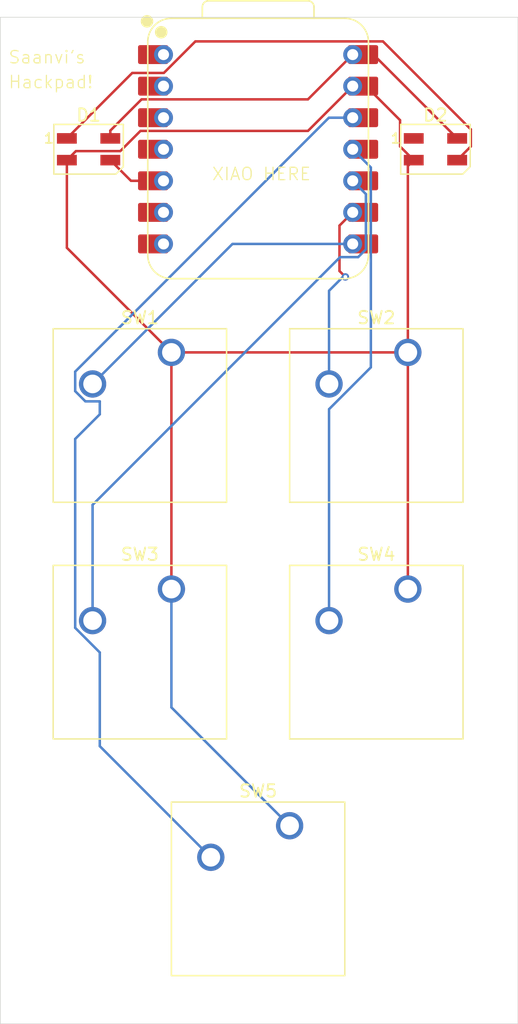
<source format=kicad_pcb>
(kicad_pcb (version 20241229) (generator "pcbnew") (generator_version "9.0")
  (layers (0 "F.Cu" signal) (2 "B.Cu" signal) (13 "F.Paste" user) (15 "B.Paste" user) (5 "F.SilkS" user "F.Silkscreen") (7 "B.SilkS" user "B.Silkscreen") (1 "F.Mask" user) (3 "B.Mask" user) (25 "Edge.Cuts" user))
  (net 0 "")
  (net 1 "GND")
  (net 2 "+5V")
  (net 3 "Net-(D1-DIN)")
  (net 4 "Net-(D1-DOUT)")
  (net 6 "Net-(U1-GPIO1{slash}RX)")
  (net 7 "Net-(U1-GPIO2{slash}SCK)")
  (net 8 "Net-(U1-GPIO4{slash}MISO)")
  (net 9 "Net-(U1-GPIO3{slash}MOSI)")
  (net 16 "Net-(U1-3V3)")
  (footprint "OPL Lib:XIAO-RP2040-DIP" (layer "F.Cu") (at 169.06875 47.625)
    (property "Reference" "U1" (hide yes))
    (property "Value" "XIAO-RP2040-DIP")
    (fp_line (start -8.89 8.509) (end -8.89 -8.636) (stroke (width 0.127)) (layer "F.SilkS"))
    (fp_line (start -6.985 10.414) (end 6.985 10.414) (stroke (width 0.127)) (layer "F.SilkS"))
    (fp_line (start -4.495 -10.541) (end -4.491272 -11.451272) (stroke (width 0.127)) (layer "F.SilkS"))
    (fp_line (start -3.991272 -11.951) (end 4.004 -11.951) (stroke (width 0.127)) (layer "F.SilkS"))
    (fp_line (start 4.504 -11.451) (end 4.504 -10.541) (stroke (width 0.127)) (layer "F.SilkS"))
    (fp_line (start 6.985 -10.541) (end -6.985 -10.541) (stroke (width 0.1)) (layer "F.SilkS"))
    (fp_line (start 6.985 -10.541) (end -6.985 -10.541) (stroke (width 0.127)) (layer "F.SilkS"))
    (fp_line (start 8.89 8.509) (end 8.89 -8.636) (stroke (width 0.127)) (layer "F.SilkS"))
    (fp_arc (start -8.89 -8.636) (mid -8.332038 -9.983038) (end -6.985 -10.541) (stroke (width 0.127)) (layer "F.SilkS"))
    (fp_arc (start -6.985 10.414) (mid -8.332038 9.856038) (end -8.89 8.509) (stroke (width 0.127)) (layer "F.SilkS"))
    (fp_arc (start -4.491272 -11.451272) (mid -4.344728 -11.80464) (end -3.991272 -11.951) (stroke (width 0.127)) (layer "F.SilkS"))
    (fp_arc (start 4.004 -11.951) (mid 4.357553 -11.804553) (end 4.504 -11.451) (stroke (width 0.127)) (layer "F.SilkS"))
    (fp_arc (start 6.985 -10.541) (mid 8.332038 -9.983038) (end 8.89 -8.636) (stroke (width 0.127)) (layer "F.SilkS"))
    (fp_arc (start 8.89 8.509) (mid 8.332038 9.856038) (end 6.985 10.414) (stroke (width 0.127)) (layer "F.SilkS"))
    (fp_circle (center -8.95 -10.3) (end -8.95 -10.554) (stroke (width 0.5)) (fill yes) (layer "F.SilkS"))
    (fp_circle (center -7.807 -9.42) (end -7.807 -9.674) (stroke (width 0.5)) (fill yes) (layer "F.SilkS"))
    (pad "1" smd roundrect (at -8.455 -7.62 180) (size 2.432 1.524) (layers "F.Cu" "F.Mask") (roundrect_rratio 0.1))
    (pad "1" thru_hole circle (at -7.62 -7.62 180) (size 1.524 1.524) (drill 0.889) (layers "*.Cu" "*.Mask"))
    (pad "2" smd roundrect (at -8.455 -5.08 180) (size 2.432 1.524) (layers "F.Cu" "F.Mask") (roundrect_rratio 0.1))
    (pad "2" thru_hole circle (at -7.62 -5.08 180) (size 1.524 1.524) (drill 0.889) (layers "*.Cu" "*.Mask"))
    (pad "3" smd roundrect (at -8.455 -2.54 180) (size 2.432 1.524) (layers "F.Cu" "F.Mask") (roundrect_rratio 0.1))
    (pad "3" thru_hole circle (at -7.62 -2.54 180) (size 1.524 1.524) (drill 0.889) (layers "*.Cu" "*.Mask"))
    (pad "4" smd roundrect (at -8.455 0 180) (size 2.432 1.524) (layers "F.Cu" "F.Mask") (roundrect_rratio 0.1))
    (pad "4" thru_hole circle (at -7.62 0 180) (size 1.524 1.524) (drill 0.889) (layers "*.Cu" "*.Mask"))
    (pad "5" smd roundrect (at -8.455 2.54 180) (size 2.432 1.524) (layers "F.Cu" "F.Mask") (roundrect_rratio 0.1) (net 3 "Net-(D1-DIN)"))
    (pad "5" thru_hole circle (at -7.62 2.54 180) (size 1.524 1.524) (drill 0.889) (layers "*.Cu" "*.Mask") (net 3 "Net-(D1-DIN)"))
    (pad "6" smd roundrect (at -8.455 5.08 180) (size 2.432 1.524) (layers "F.Cu" "F.Mask") (roundrect_rratio 0.1))
    (pad "6" thru_hole circle (at -7.62 5.08 180) (size 1.524 1.524) (drill 0.889) (layers "*.Cu" "*.Mask"))
    (pad "7" smd roundrect (at -8.455 7.62 180) (size 2.432 1.524) (layers "F.Cu" "F.Mask") (roundrect_rratio 0.1))
    (pad "7" thru_hole circle (at -7.62 7.62 180) (size 1.524 1.524) (drill 0.889) (layers "*.Cu" "*.Mask"))
    (pad "8" thru_hole circle (at 7.62 7.62) (size 1.524 1.524) (drill 0.889) (layers "*.Cu" "*.Mask") (net 6 "Net-(U1-GPIO1{slash}RX)"))
    (pad "8" smd roundrect (at 8.455 7.62) (size 2.432 1.524) (layers "F.Cu" "F.Mask") (roundrect_rratio 0.1) (net 6 "Net-(U1-GPIO1{slash}RX)"))
    (pad "9" thru_hole circle (at 7.62 5.08) (size 1.524 1.524) (drill 0.889) (layers "*.Cu" "*.Mask") (net 7 "Net-(U1-GPIO2{slash}SCK)"))
    (pad "9" smd roundrect (at 8.455 5.08) (size 2.432 1.524) (layers "F.Cu" "F.Mask") (roundrect_rratio 0.1) (net 7 "Net-(U1-GPIO2{slash}SCK)"))
    (pad "10" thru_hole circle (at 7.62 2.54) (size 1.524 1.524) (drill 0.889) (layers "*.Cu" "*.Mask") (net 8 "Net-(U1-GPIO4{slash}MISO)"))
    (pad "10" smd roundrect (at 8.455 2.54) (size 2.432 1.524) (layers "F.Cu" "F.Mask") (roundrect_rratio 0.1) (net 8 "Net-(U1-GPIO4{slash}MISO)"))
    (pad "11" thru_hole circle (at 7.62 0) (size 1.524 1.524) (drill 0.889) (layers "*.Cu" "*.Mask") (net 9 "Net-(U1-GPIO3{slash}MOSI)"))
    (pad "11" smd roundrect (at 8.455 0) (size 2.432 1.524) (layers "F.Cu" "F.Mask") (roundrect_rratio 0.1) (net 9 "Net-(U1-GPIO3{slash}MOSI)"))
    (pad "12" thru_hole circle (at 7.62 -2.54) (size 1.524 1.524) (drill 0.889) (layers "*.Cu" "*.Mask") (net 16 "Net-(U1-3V3)"))
    (pad "12" smd roundrect (at 8.455 -2.54) (size 2.432 1.524) (layers "F.Cu" "F.Mask") (roundrect_rratio 0.1) (net 16 "Net-(U1-3V3)"))
    (pad "13" thru_hole circle (at 7.62 -5.08) (size 1.524 1.524) (drill 0.889) (layers "*.Cu" "*.Mask") (net 1 "GND"))
    (pad "13" smd roundrect (at 8.455 -5.08) (size 2.432 1.524) (layers "F.Cu" "F.Mask") (roundrect_rratio 0.1) (net 1 "GND"))
    (pad "14" thru_hole circle (at 7.62 -7.62) (size 1.524 1.524) (drill 0.889) (layers "*.Cu" "*.Mask") (net 2 "+5V"))
    (pad "14" smd roundrect (at 8.455 -7.62) (size 2.432 1.524) (layers "F.Cu" "F.Mask") (roundrect_rratio 0.1) (net 2 "+5V"))
  )
  (footprint "Button_Switch_Keyboard:SW_Cherry_MX_1.00u_PCB" (layer "F.Cu") (at 181.13375 63.97625)
    (property "Reference" "SW2" (at -2.54 -2.794 0) (layer "F.SilkS"))
    (property "Value" "SW_Push")
    (fp_line (start -9.525 -1.905) (end 4.445 -1.905) (stroke (width 0.12)) (layer "F.SilkS"))
    (fp_line (start -9.525 12.065) (end -9.525 -1.905) (stroke (width 0.12)) (layer "F.SilkS"))
    (fp_line (start 4.445 -1.905) (end 4.445 12.065) (stroke (width 0.12)) (layer "F.SilkS"))
    (fp_line (start 4.445 12.065) (end -9.525 12.065) (stroke (width 0.12)) (layer "F.SilkS"))
    (pad "" np_thru_hole circle (at -7.62 5.08) (size 1.7 1.7) (drill 1.7) (layers "*.Cu" "*.Mask"))
    (pad "" np_thru_hole circle (at -2.54 5.08) (size 4 4) (drill 4) (layers "*.Cu" "*.Mask"))
    (pad "" np_thru_hole circle (at 2.54 5.08) (size 1.7 1.7) (drill 1.7) (layers "*.Cu" "*.Mask"))
    (pad "1" thru_hole circle (at 0 0) (size 2.2 2.2) (drill 1.5) (layers "*.Cu" "*.Mask") (net 1 "GND"))
    (pad "2" thru_hole circle (at -6.35 2.54) (size 2.2 2.2) (drill 1.5) (layers "*.Cu" "*.Mask") (net 7 "Net-(U1-GPIO2{slash}SCK)"))
  )
  (footprint "LED_SMD:LED_SK6812MINI_PLCC4_3.5x3.5mm_P1.75mm" (layer "F.Cu") (at 183.35625 47.625)
    (property "Reference" "D2" (at 0 -2.75 0) (layer "F.SilkS"))
    (property "Value" "SK6812MINI")
    (fp_line (start -2.8 -2) (end -2.8 2) (stroke (width 0.12)) (layer "F.SilkS"))
    (fp_line (start -2.8 -2) (end 2.8 -2) (stroke (width 0.12)) (layer "F.SilkS"))
    (fp_line (start -2.8 2) (end 2.2 2) (stroke (width 0.12)) (layer "F.SilkS"))
    (fp_line (start 2.8 1.4) (end 2.2 2) (stroke (width 0.12)) (layer "F.SilkS"))
    (fp_line (start 2.8 1.4) (end 2.8 -2) (stroke (width 0.12)) (layer "F.SilkS"))
    (fp_text user "1" (at -3.2 -0.875 0) (layer "F.SilkS") (effects (font (size 0.8 0.8))))
    (pad "1" smd rect (at -1.75 -0.875) (size 1.6 0.85) (layers "F.Cu" "F.Mask" "F.Paste"))
    (pad "2" smd rect (at -1.75 0.875) (size 1.6 0.85) (layers "F.Cu" "F.Mask" "F.Paste") (net 1 "GND"))
    (pad "3" smd rect (at 1.75 0.875) (size 1.6 0.85) (layers "F.Cu" "F.Mask" "F.Paste") (net 4 "Net-(D1-DOUT)"))
    (pad "4" smd rect (at 1.75 -0.875) (size 1.6 0.85) (layers "F.Cu" "F.Mask" "F.Paste") (net 2 "+5V"))
  )
  (footprint "Button_Switch_Keyboard:SW_Cherry_MX_1.00u_PCB" (layer "F.Cu") (at 171.60875 102.07625)
    (property "Reference" "SW5" (at -2.54 -2.794 0) (layer "F.SilkS"))
    (property "Value" "SW_Push")
    (fp_line (start -9.525 -1.905) (end 4.445 -1.905) (stroke (width 0.12)) (layer "F.SilkS"))
    (fp_line (start -9.525 12.065) (end -9.525 -1.905) (stroke (width 0.12)) (layer "F.SilkS"))
    (fp_line (start 4.445 -1.905) (end 4.445 12.065) (stroke (width 0.12)) (layer "F.SilkS"))
    (fp_line (start 4.445 12.065) (end -9.525 12.065) (stroke (width 0.12)) (layer "F.SilkS"))
    (pad "" np_thru_hole circle (at -7.62 5.08) (size 1.7 1.7) (drill 1.7) (layers "*.Cu" "*.Mask"))
    (pad "" np_thru_hole circle (at -2.54 5.08) (size 4 4) (drill 4) (layers "*.Cu" "*.Mask"))
    (pad "" np_thru_hole circle (at 2.54 5.08) (size 1.7 1.7) (drill 1.7) (layers "*.Cu" "*.Mask"))
    (pad "1" thru_hole circle (at 0 0) (size 2.2 2.2) (drill 1.5) (layers "*.Cu" "*.Mask") (net 1 "GND"))
    (pad "2" thru_hole circle (at -6.35 2.54) (size 2.2 2.2) (drill 1.5) (layers "*.Cu" "*.Mask") (net 16 "Net-(U1-3V3)"))
  )
  (footprint "Button_Switch_Keyboard:SW_Cherry_MX_1.00u_PCB" (layer "F.Cu") (at 181.13375 83.02625)
    (property "Reference" "SW4" (at -2.54 -2.794 0) (layer "F.SilkS"))
    (property "Value" "SW_Push")
    (fp_line (start -9.525 -1.905) (end 4.445 -1.905) (stroke (width 0.12)) (layer "F.SilkS"))
    (fp_line (start -9.525 12.065) (end -9.525 -1.905) (stroke (width 0.12)) (layer "F.SilkS"))
    (fp_line (start 4.445 -1.905) (end 4.445 12.065) (stroke (width 0.12)) (layer "F.SilkS"))
    (fp_line (start 4.445 12.065) (end -9.525 12.065) (stroke (width 0.12)) (layer "F.SilkS"))
    (pad "" np_thru_hole circle (at -7.62 5.08) (size 1.7 1.7) (drill 1.7) (layers "*.Cu" "*.Mask"))
    (pad "" np_thru_hole circle (at -2.54 5.08) (size 4 4) (drill 4) (layers "*.Cu" "*.Mask"))
    (pad "" np_thru_hole circle (at 2.54 5.08) (size 1.7 1.7) (drill 1.7) (layers "*.Cu" "*.Mask"))
    (pad "1" thru_hole circle (at 0 0) (size 2.2 2.2) (drill 1.5) (layers "*.Cu" "*.Mask") (net 1 "GND"))
    (pad "2" thru_hole circle (at -6.35 2.54) (size 2.2 2.2) (drill 1.5) (layers "*.Cu" "*.Mask") (net 9 "Net-(U1-GPIO3{slash}MOSI)"))
  )
  (footprint "LED_SMD:LED_SK6812MINI_PLCC4_3.5x3.5mm_P1.75mm" (layer "F.Cu") (at 155.4125 47.625)
    (property "Reference" "D1" (at 0 -2.75 0) (layer "F.SilkS"))
    (property "Value" "SK6812MINI")
    (fp_line (start -2.8 -2) (end -2.8 2) (stroke (width 0.12)) (layer "F.SilkS"))
    (fp_line (start -2.8 -2) (end 2.8 -2) (stroke (width 0.12)) (layer "F.SilkS"))
    (fp_line (start -2.8 2) (end 2.2 2) (stroke (width 0.12)) (layer "F.SilkS"))
    (fp_line (start 2.8 1.4) (end 2.2 2) (stroke (width 0.12)) (layer "F.SilkS"))
    (fp_line (start 2.8 1.4) (end 2.8 -2) (stroke (width 0.12)) (layer "F.SilkS"))
    (fp_text user "1" (at -3.2 -0.875 0) (layer "F.SilkS") (effects (font (size 0.8 0.8))))
    (pad "1" smd rect (at -1.75 -0.875) (size 1.6 0.85) (layers "F.Cu" "F.Mask" "F.Paste") (net 4 "Net-(D1-DOUT)"))
    (pad "2" smd rect (at -1.75 0.875) (size 1.6 0.85) (layers "F.Cu" "F.Mask" "F.Paste") (net 1 "GND"))
    (pad "3" smd rect (at 1.75 0.875) (size 1.6 0.85) (layers "F.Cu" "F.Mask" "F.Paste") (net 3 "Net-(D1-DIN)"))
    (pad "4" smd rect (at 1.75 -0.875) (size 1.6 0.85) (layers "F.Cu" "F.Mask" "F.Paste") (net 2 "+5V"))
  )
  (footprint "Button_Switch_Keyboard:SW_Cherry_MX_1.00u_PCB" (layer "F.Cu") (at 162.08375 63.97625)
    (property "Reference" "SW1" (at -2.54 -2.794 0) (layer "F.SilkS"))
    (property "Value" "SW_Push")
    (fp_line (start -9.525 -1.905) (end 4.445 -1.905) (stroke (width 0.12)) (layer "F.SilkS"))
    (fp_line (start -9.525 12.065) (end -9.525 -1.905) (stroke (width 0.12)) (layer "F.SilkS"))
    (fp_line (start 4.445 -1.905) (end 4.445 12.065) (stroke (width 0.12)) (layer "F.SilkS"))
    (fp_line (start 4.445 12.065) (end -9.525 12.065) (stroke (width 0.12)) (layer "F.SilkS"))
    (pad "" np_thru_hole circle (at -7.62 5.08) (size 1.7 1.7) (drill 1.7) (layers "*.Cu" "*.Mask"))
    (pad "" np_thru_hole circle (at -2.54 5.08) (size 4 4) (drill 4) (layers "*.Cu" "*.Mask"))
    (pad "" np_thru_hole circle (at 2.54 5.08) (size 1.7 1.7) (drill 1.7) (layers "*.Cu" "*.Mask"))
    (pad "1" thru_hole circle (at 0 0) (size 2.2 2.2) (drill 1.5) (layers "*.Cu" "*.Mask") (net 1 "GND"))
    (pad "2" thru_hole circle (at -6.35 2.54) (size 2.2 2.2) (drill 1.5) (layers "*.Cu" "*.Mask") (net 6 "Net-(U1-GPIO1{slash}RX)"))
  )
  (footprint "Button_Switch_Keyboard:SW_Cherry_MX_1.00u_PCB" (layer "F.Cu") (at 162.08375 83.02625)
    (property "Reference" "SW3" (at -2.54 -2.794 0) (layer "F.SilkS"))
    (property "Value" "SW_Push")
    (fp_line (start -9.525 -1.905) (end 4.445 -1.905) (stroke (width 0.12)) (layer "F.SilkS"))
    (fp_line (start -9.525 12.065) (end -9.525 -1.905) (stroke (width 0.12)) (layer "F.SilkS"))
    (fp_line (start 4.445 -1.905) (end 4.445 12.065) (stroke (width 0.12)) (layer "F.SilkS"))
    (fp_line (start 4.445 12.065) (end -9.525 12.065) (stroke (width 0.12)) (layer "F.SilkS"))
    (pad "" np_thru_hole circle (at -7.62 5.08) (size 1.7 1.7) (drill 1.7) (layers "*.Cu" "*.Mask"))
    (pad "" np_thru_hole circle (at -2.54 5.08) (size 4 4) (drill 4) (layers "*.Cu" "*.Mask"))
    (pad "" np_thru_hole circle (at 2.54 5.08) (size 1.7 1.7) (drill 1.7) (layers "*.Cu" "*.Mask"))
    (pad "1" thru_hole circle (at 0 0) (size 2.2 2.2) (drill 1.5) (layers "*.Cu" "*.Mask") (net 1 "GND"))
    (pad "2" thru_hole circle (at -6.35 2.54) (size 2.2 2.2) (drill 1.5) (layers "*.Cu" "*.Mask") (net 8 "Net-(U1-GPIO4{slash}MISO)"))
  )
  (gr_rect (start 148.3 37) (end 190 118.01875) (stroke (width 0.05)) (fill no) (layer "Edge.Cuts"))
  (gr_text "Hackpad!" (at 148.9 42.8 0) (layer "F.SilkS") (effects (font (size 1 1) (thickness 0.1)) (justify left bottom)))
  (gr_text "Saanvi's " (at 148.9 40.8 0) (layer "F.SilkS") (effects (font (size 1 1) (thickness 0.1)) (justify left bottom)))
  (gr_text "XIAO HERE" (at 165.3 50.2 0) (layer "F.SilkS") (effects (font (size 1 1) (thickness 0.1)) (justify left bottom)))
  (segment (start 176.68875 42.545) (end 173.08575 46.148) (width 0.2) (layer "F.Cu") (net 1))
  (segment (start 154.3885 47.774) (end 153.6625 48.5) (width 0.2) (layer "F.Cu") (net 1))
  (segment (start 181.13375 48.9725) (end 181.60625 48.5) (width 0.2) (layer "F.Cu") (net 1))
  (segment (start 159.5915 46.148) (end 157.9655 47.774) (width 0.2) (layer "F.Cu") (net 1))
  (segment (start 181.13375 63.97625) (end 181.13375 48.9725) (width 0.2) (layer "F.Cu") (net 1))
  (segment (start 153.6625 55.555) (end 153.6625 48.5) (width 0.2) (layer "F.Cu") (net 1))
  (segment (start 177.76638 42.545) (end 180.50525 45.28387) (width 0.2) (layer "F.Cu") (net 1))
  (segment (start 176.68875 42.545) (end 177.76638 42.545) (width 0.2) (layer "F.Cu") (net 1))
  (segment (start 173.08575 46.148) (end 159.5915 46.148) (width 0.2) (layer "F.Cu") (net 1))
  (segment (start 162.08375 63.97625) (end 153.6625 55.555) (width 0.2) (layer "F.Cu") (net 1))
  (segment (start 162.08375 83.02625) (end 162.08375 63.97625) (width 0.2) (layer "F.Cu") (net 1))
  (segment (start 180.50525 47.399) (end 181.60625 48.5) (width 0.2) (layer "F.Cu") (net 1))
  (segment (start 180.50525 45.28387) (end 180.50525 47.399) (width 0.2) (layer "F.Cu") (net 1))
  (segment (start 157.9655 47.774) (end 154.3885 47.774) (width 0.2) (layer "F.Cu") (net 1))
  (segment (start 162.08375 63.97625) (end 181.13375 63.97625) (width 0.2) (layer "F.Cu") (net 1))
  (segment (start 181.13375 83.02625) (end 181.13375 63.97625) (width 0.2) (layer "F.Cu") (net 1))
  (segment (start 162.08375 92.55125) (end 162.08375 83.02625) (width 0.2) (layer "B.Cu") (net 1))
  (segment (start 171.60875 102.07625) (end 162.08375 92.55125) (width 0.2) (layer "B.Cu") (net 1))
  (segment (start 178.36125 40.005) (end 185.10625 46.75) (width 0.2) (layer "F.Cu") (net 2))
  (segment (start 159.6795 43.608) (end 157.1625 46.125) (width 0.2) (layer "F.Cu") (net 2))
  (segment (start 176.68875 40.005) (end 178.36125 40.005) (width 0.2) (layer "F.Cu") (net 2))
  (segment (start 157.1625 46.125) (end 157.1625 46.75) (width 0.2) (layer "F.Cu") (net 2))
  (segment (start 176.68875 40.005) (end 173.08575 43.608) (width 0.2) (layer "F.Cu") (net 2))
  (segment (start 173.08575 43.608) (end 159.6795 43.608) (width 0.2) (layer "F.Cu") (net 2))
  (segment (start 161.44875 50.165) (end 158.8275 50.165) (width 0.2) (layer "F.Cu") (net 3))
  (segment (start 158.8275 50.165) (end 157.1625 48.5) (width 0.2) (layer "F.Cu") (net 3))
  (segment (start 185.10625 48.5) (end 186.20725 47.399) (width 0.2) (layer "F.Cu") (net 4))
  (segment (start 161.47506 41.482) (end 158.9305 41.482) (width 0.2) (layer "F.Cu") (net 4))
  (segment (start 179.12525 38.942) (end 164.01506 38.942) (width 0.2) (layer "F.Cu") (net 4))
  (segment (start 164.01506 38.942) (end 161.47506 41.482) (width 0.2) (layer "F.Cu") (net 4))
  (segment (start 186.20725 46.024) (end 179.12525 38.942) (width 0.2) (layer "F.Cu") (net 4))
  (segment (start 158.9305 41.482) (end 153.6625 46.75) (width 0.2) (layer "F.Cu") (net 4))
  (segment (start 186.20725 47.399) (end 186.20725 46.024) (width 0.2) (layer "F.Cu") (net 4))
  (segment (start 167.005 55.245) (end 176.68875 55.245) (width 0.2) (layer "B.Cu") (net 6))
  (segment (start 155.73375 66.51625) (end 167.005 55.245) (width 0.2) (layer "B.Cu") (net 6))
  (segment (start 176.1 57.9) (end 175.62575 57.42575) (width 0.2) (layer "F.Cu") (net 7))
  (segment (start 175.62575 57.42575) (end 175.62575 53.768) (width 0.2) (layer "F.Cu") (net 7))
  (segment (start 175.62575 53.768) (end 176.68875 52.705) (width 0.2) (layer "F.Cu") (net 7))
  (via (at 176.1 57.9) (size 0.6) (drill 0.3) (layers "F.Cu" "B.Cu") (net 7))
  (segment (start 174.78375 66.51625) (end 174.78375 59.01625) (width 0.2) (layer "B.Cu") (net 7))
  (segment (start 174.78375 59.01625) (end 175.9 57.9) (width 0.2) (layer "B.Cu") (net 7))
  (segment (start 175.9 57.9) (end 176.1 57.9) (width 0.2) (layer "B.Cu") (net 7))
  (segment (start 155.73375 85.56625) (end 155.73375 76.24778) (width 0.2) (layer "B.Cu") (net 8))
  (segment (start 177.75175 55.68531) (end 177.75175 51.228) (width 0.2) (layer "B.Cu") (net 8))
  (segment (start 177.75175 51.228) (end 176.68875 50.165) (width 0.2) (layer "B.Cu") (net 8))
  (segment (start 177.12906 56.308) (end 177.75175 55.68531) (width 0.2) (layer "B.Cu") (net 8))
  (segment (start 175.67353 56.308) (end 177.12906 56.308) (width 0.2) (layer "B.Cu") (net 8))
  (segment (start 155.73375 76.24778) (end 175.67353 56.308) (width 0.2) (layer "B.Cu") (net 8))
  (segment (start 174.78375 68.549) (end 178.15275 65.18) (width 0.2) (layer "B.Cu") (net 9))
  (segment (start 174.78375 85.56625) (end 174.78375 68.549) (width 0.2) (layer "B.Cu") (net 9))
  (segment (start 178.15275 49.089) (end 176.68875 47.625) (width 0.2) (layer "B.Cu") (net 9))
  (segment (start 178.15275 65.18) (end 178.15275 49.089) (width 0.2) (layer "B.Cu") (net 9))
  (segment (start 165.25875 104.61625) (end 156.314064 95.671564) (width 0.2) (layer "B.Cu") (net 16))
  (segment (start 154.33275 70.942434) (end 156.314064 68.96112) (width 0.2) (layer "B.Cu") (net 16))
  (segment (start 156.314064 88.127878) (end 154.33275 86.146564) (width 0.2) (layer "B.Cu") (net 16))
  (segment (start 154.33275 67.096564) (end 154.33275 65.52369) (width 0.2) (layer "B.Cu") (net 16))
  (segment (start 154.33275 65.52369) (end 174.77144 45.085) (width 0.2) (layer "B.Cu") (net 16))
  (segment (start 174.77144 45.085) (end 176.68875 45.085) (width 0.2) (layer "B.Cu") (net 16))
  (segment (start 156.314064 67.91725) (end 155.153436 67.91725) (width 0.2) (layer "B.Cu") (net 16))
  (segment (start 154.33275 86.146564) (end 154.33275 70.942434) (width 0.2) (layer "B.Cu") (net 16))
  (segment (start 156.314064 68.96112) (end 156.314064 67.91725) (width 0.2) (layer "B.Cu") (net 16))
  (segment (start 155.153436 67.91725) (end 154.33275 67.096564) (width 0.2) (layer "B.Cu") (net 16))
  (segment (start 156.314064 95.671564) (end 156.314064 88.127878) (width 0.2) (layer "B.Cu") (net 16))
)
</source>
